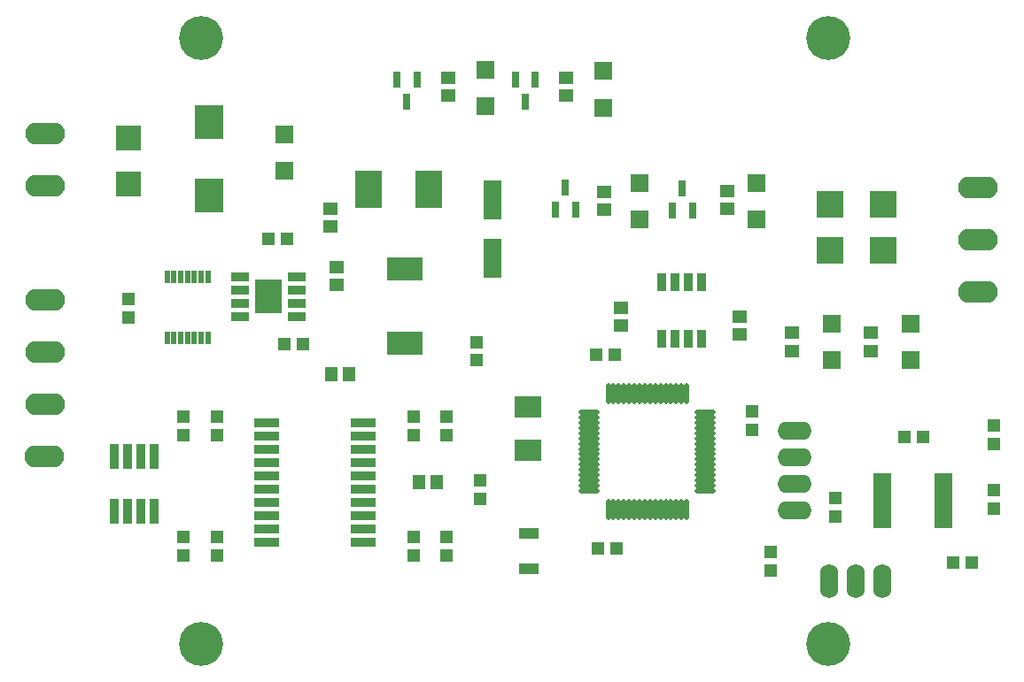
<source format=gts>
%FSTAX44Y44*%
%MOMM*%
%SFA1B1*%

%IPPOS*%
%ADD27R,1.320797X1.219198*%
%ADD28R,2.603195X3.603193*%
%ADD29R,2.603195X2.103196*%
%ADD30R,0.803198X1.503197*%
%ADD31R,1.803196X3.703193*%
%ADD32R,2.613195X3.303193*%
%ADD33R,1.753196X0.853198*%
%ADD34R,0.853198X1.728197*%
%ADD35R,1.678197X0.653199*%
%ADD36R,3.353193X2.303195*%
%ADD37R,2.353195X2.403195*%
%ADD38R,1.903196X1.003198*%
%ADD39R,2.616195X2.616195*%
%ADD40R,1.203198X1.203198*%
%ADD41R,1.219198X1.320797*%
%ADD42R,1.203198X1.203198*%
%ADD43R,1.727197X1.727197*%
%ADD44R,2.412995X0.812798*%
%ADD45O,0.503199X2.003196*%
%ADD46O,2.003196X0.503199*%
%ADD47R,2.717795X3.225794*%
%ADD48R,0.507999X1.193798*%
%ADD49R,0.812798X2.412995*%
%ADD50C,4.203192*%
%ADD51O,3.784592X2.103196*%
%ADD52O,3.251193X1.727197*%
%ADD53O,1.727197X3.251193*%
%LNcas_to_modbus-1*%
%LPD*%
G54D27*
X00446569Y00591499D03*
Y00574363D03*
X00712999Y00466499D03*
Y00483635D03*
X00775189Y00330454D03*
Y00347589D03*
X00724999Y00346363D03*
Y00363499D03*
X00611999Y00371635D03*
Y00354499D03*
X00850119Y00330454D03*
Y00347589D03*
X00595499Y00482435D03*
Y00465299D03*
X00559599Y00574363D03*
Y00591499D03*
X00333999Y00449363D03*
Y00466499D03*
X00339999Y00393363D03*
Y00410499D03*
G54D28*
X00428269Y0048514D03*
X00370269D03*
G54D29*
X00522999Y00235499D03*
Y00276499D03*
G54D30*
X00407199Y00568689D03*
X00397699Y00589689D03*
X00416699D03*
X00520229Y00568689D03*
X00510729Y00589689D03*
X00529729D03*
X00558669Y00486839D03*
X00568169Y00465839D03*
X00549169D03*
X00670499Y00485999D03*
X00679999Y00464999D03*
X00660999D03*
G54D31*
X00488999Y00418999D03*
Y00474999D03*
G54D32*
X00274809Y0038227D03*
G54D33*
X00302059Y0040132D03*
Y0038862D03*
Y0037592D03*
Y0036322D03*
X00247559D03*
Y0037592D03*
Y0038862D03*
Y0040132D03*
G54D34*
X00689049Y00396119D03*
X00676349D03*
X00663649D03*
X00650949D03*
Y00341879D03*
X00663649D03*
X00676349D03*
X00689049D03*
G54D35*
X00861109Y00164069D03*
Y00170569D03*
Y00177069D03*
Y00183569D03*
Y00190069D03*
Y00196569D03*
Y00203069D03*
Y00209569D03*
X00919869D03*
Y00203069D03*
Y00196569D03*
Y00190069D03*
Y00183569D03*
Y00177069D03*
Y00170569D03*
Y00164069D03*
G54D36*
X00404999Y00337499D03*
Y00408499D03*
G54D37*
X00140999Y00489999D03*
Y00533999D03*
G54D38*
X00523999Y00155999D03*
Y00121999D03*
G54D39*
X00862499Y00470408D03*
Y00426309D03*
X00811699Y00470408D03*
Y00426309D03*
G54D40*
X00140999Y00379749D03*
Y00362109D03*
X00225279Y00249583D03*
Y00267223D03*
X00193529Y00249583D03*
Y00267223D03*
X00473999Y00321249D03*
Y00338889D03*
X00754999Y00137749D03*
Y00120109D03*
X00736999Y00272749D03*
Y00255109D03*
X00476999Y00206749D03*
Y00189109D03*
X00816829Y00171719D03*
Y00189359D03*
X00967959Y00196839D03*
Y00179199D03*
Y00241569D03*
Y00259209D03*
X00413239Y00249583D03*
Y00267223D03*
X00444559Y00249583D03*
Y00267223D03*
X00193529Y00134759D03*
Y001524D03*
X00225279Y00134759D03*
Y001524D03*
X00413239Y00134759D03*
Y001524D03*
X00444559Y00134759D03*
Y001524D03*
G54D41*
X00418573Y0020447D03*
X00435709D03*
X00351635Y00307999D03*
X00334499D03*
G54D42*
X00607749Y00140999D03*
X00590109D03*
X00588249Y00326999D03*
X00605889D03*
X00900509Y00247779D03*
X00882869D03*
X00929249Y00127999D03*
X00946889D03*
X00307749Y00336999D03*
X00290109D03*
X00292749Y00437999D03*
X00275109D03*
G54D43*
X00289777Y00502474D03*
Y00537499D03*
X00741549Y00491325D03*
Y00456299D03*
X00812999Y00321473D03*
Y00356499D03*
X00888219Y00321564D03*
Y00356589D03*
X00629789Y00491325D03*
Y00456299D03*
X00595159Y00563143D03*
Y0059817D03*
X00482129Y00564203D03*
Y00599229D03*
G54D44*
X00273031Y0014732D03*
Y0016002D03*
Y0017272D03*
Y0018542D03*
Y0019812D03*
Y0021082D03*
X00365259Y0023622D03*
Y0026162D03*
Y0022352D03*
Y0019812D03*
Y0024892D03*
Y0021082D03*
X00273031Y0026162D03*
Y0024892D03*
Y0022352D03*
X00365259Y0018542D03*
Y0017272D03*
Y0014732D03*
X00273031Y0023622D03*
X00365259Y0016002D03*
G54D45*
X00599499Y00289499D03*
X00604499D03*
X00609499D03*
X00614499D03*
X00619499D03*
X00624499D03*
X00629499D03*
X00634499D03*
X00639499D03*
X00644499D03*
X00649499D03*
X00654499D03*
X00659499D03*
X00664499D03*
X00669499D03*
X00674499D03*
Y00178499D03*
X00669499D03*
X00664499D03*
X00659499D03*
X00654499D03*
X00649499D03*
X00644499D03*
X00639499D03*
X00634499D03*
X00629499D03*
X00624499D03*
X00619499D03*
X00614499D03*
X00609499D03*
X00604499D03*
X00599499D03*
G54D46*
X00692499Y00271499D03*
Y00266499D03*
Y00261499D03*
Y00256499D03*
Y00251499D03*
Y00246499D03*
Y00241499D03*
Y00236499D03*
Y00231499D03*
Y00226499D03*
Y00221499D03*
Y00216499D03*
Y00211499D03*
Y00206499D03*
Y00201499D03*
Y00196499D03*
X00581499D03*
Y00201499D03*
Y00206499D03*
Y00211499D03*
Y00216499D03*
Y00221499D03*
Y00226499D03*
Y00231499D03*
Y00236499D03*
Y00241499D03*
Y00246499D03*
Y00251499D03*
Y00256499D03*
Y00261499D03*
Y00266499D03*
Y00271499D03*
G54D47*
X00217999Y00478999D03*
Y00549051D03*
G54D48*
X00177839Y00342931D03*
X00184339D03*
X00190839D03*
X00197339D03*
X00203943D03*
X00210547D03*
X00216897D03*
Y0040132D03*
X00210547D03*
X00203943D03*
X00197339D03*
X00190839D03*
X00184339D03*
X00177839D03*
G54D49*
X00152889Y00229199D03*
Y00177038D03*
X00165589Y00229199D03*
X00140189D03*
X00127489D03*
X00165589Y00177038D03*
X00140189D03*
X00127489D03*
G54D50*
X00209999Y00049999D03*
Y00629999D03*
X00809999Y00049999D03*
Y00629999D03*
G54D51*
X00952989Y00486879D03*
Y0043688D03*
Y00386879D03*
X00061449Y0037902D03*
Y0032902D03*
Y0027902D03*
X00060449Y00229021D03*
X00061449Y00487999D03*
Y00537999D03*
G54D52*
X00777999Y00253799D03*
Y00228399D03*
Y00202999D03*
Y00177599D03*
G54D53*
X00810599Y00109999D03*
X00835999D03*
X00861399D03*
M02*
</source>
